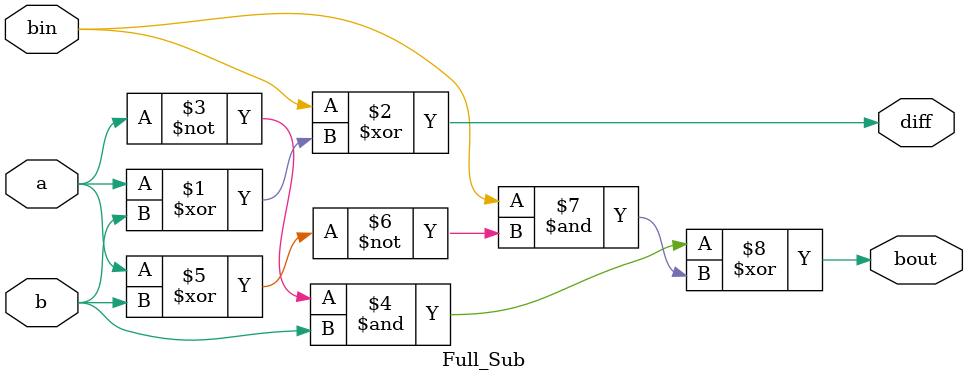
<source format=v>
`timescale 1ns / 1ps

module Full_Sub(
	input a,
	input b,
	input bin,
	output diff,
	output bout
    );
	 
	 assign diff= bin^(a^b);
	 assign bout=((~a)&b)^(bin&(~(a^b))); 


endmodule

</source>
